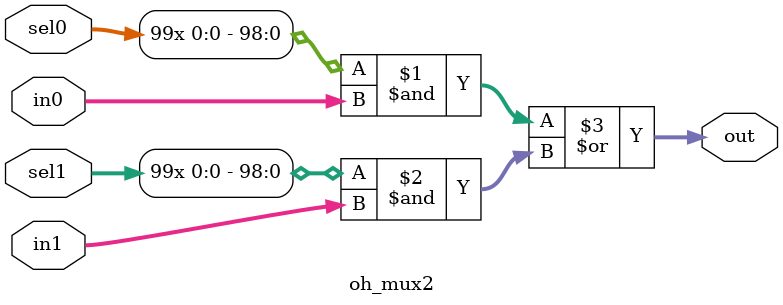
<source format=v>
module oh_mux2(/*AUTOARG*/
   // Outputs
   out,
   // Inputs
   in0, in1, sel0, sel1
   );

   parameter DW=99;
   
   //data inputs
   input [DW-1:0]  in0;
   input [DW-1:0]  in1;
   
   //select inputs
   input  sel0;
   input  sel1;

   output [DW-1:0] out;
   
   assign out[DW-1:0] = ({(DW){sel0}} & in0[DW-1:0] |
			 {(DW){sel1}} & in1[DW-1:0]);
   
			   
endmodule // oh_mux2


</source>
